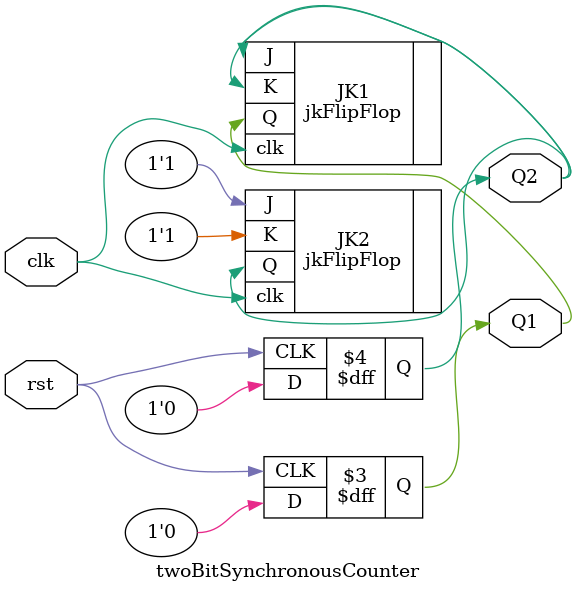
<source format=sv>
`timescale 1ns / 1ps

// Description: 
// A two-bit synchronous counter is a digital circuit that counts in binary from 
// 00 to 11 using two flip-flops. 
//It operates in sync with a clock signal, advancing its count on each clock edge. 
// This type of counter is synchronous, meaning that the flip-flops 
// change states simultaneously, ensuring proper timing and avoiding glitches.
//////////////////////////////////////////////////////////////////////////////////


module twoBitSynchronousCounter(
    input logic clk,
    input logic rst,
    output logic Q1,
    output logic Q2
    );
    
jkFlipFlop JK1 (
    .J(Q2),
    .K(Q2),
    .clk(clk),
    .Q(Q1)
);

jkFlipFlop JK2 (
    .J(1'b1),
    .K(1'b1),
    .clk(clk),
    .Q(Q2)
);
    
    always_ff @(posedge rst) begin
        if (rst == 1'b1) begin
            Q1 <= 1'b0;
            Q2 <= 1'b0;
        end
    end
endmodule

</source>
